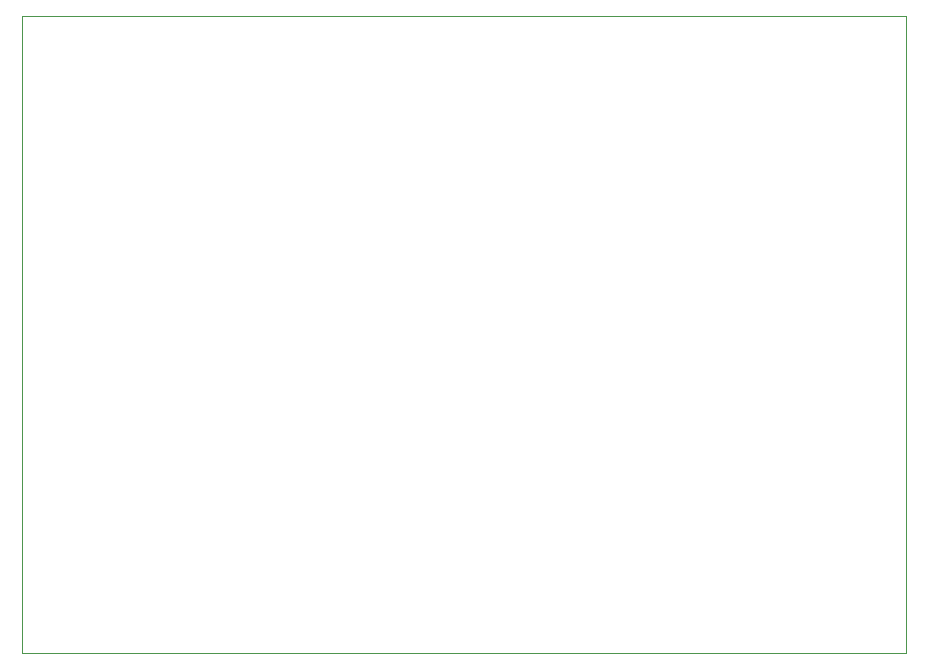
<source format=gbr>
%TF.GenerationSoftware,KiCad,Pcbnew,8.0.5*%
%TF.CreationDate,2024-10-19T16:38:56-04:00*%
%TF.ProjectId,emerald_pcb,656d6572-616c-4645-9f70-63622e6b6963,rev?*%
%TF.SameCoordinates,Original*%
%TF.FileFunction,Profile,NP*%
%FSLAX46Y46*%
G04 Gerber Fmt 4.6, Leading zero omitted, Abs format (unit mm)*
G04 Created by KiCad (PCBNEW 8.0.5) date 2024-10-19 16:38:56*
%MOMM*%
%LPD*%
G01*
G04 APERTURE LIST*
%TA.AperFunction,Profile*%
%ADD10C,0.050000*%
%TD*%
G04 APERTURE END LIST*
D10*
X34747200Y-35560000D02*
X109575600Y-35560000D01*
X109575600Y-89458800D01*
X34747200Y-89458800D01*
X34747200Y-35560000D01*
M02*

</source>
